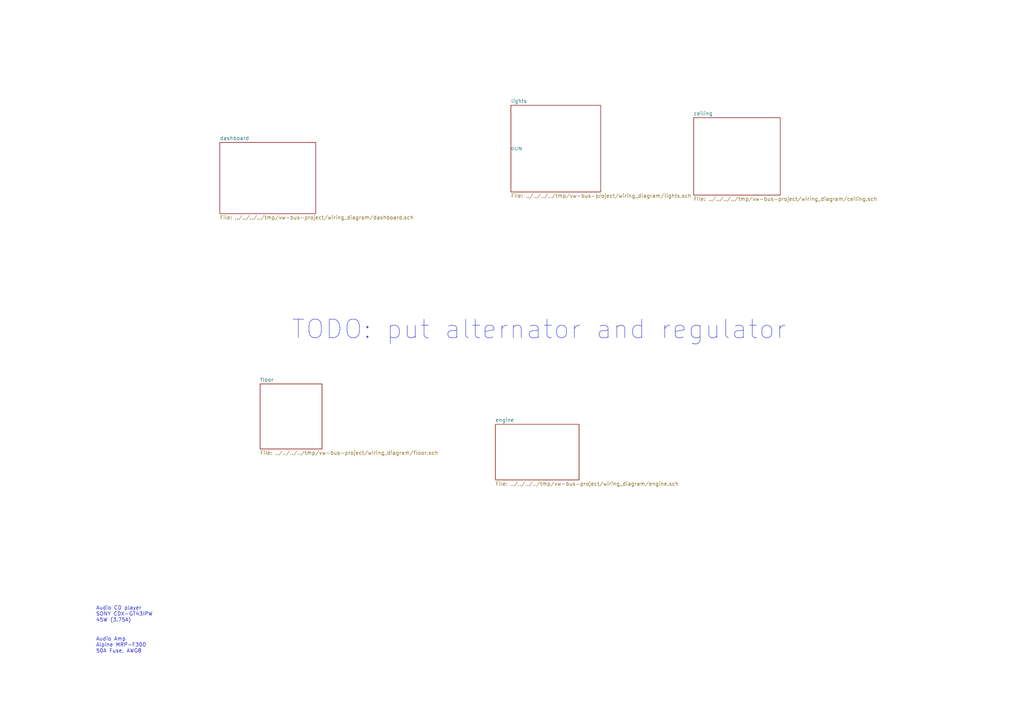
<source format=kicad_sch>
(kicad_sch (version 20230121) (generator eeschema)
  (paper "A3")
  (title_block (title "VW Bus Project - Wiring Diagram"))
  (lib_symbols)
  (text "Audio CD player\nSONY CDX-GT43IPW\n45W (3.75A)" (at 39.37 255.27 0) (effects (font (size 1.524 1.524)) (justify left bottom)))
  (text "Audio Amp\nAlpine MRP-F300\n50A Fuse, AWG8 " (at 39.37 267.97 0) (effects (font (size 1.524 1.524)) (justify left bottom)))
  (text "TODO: put alternator and regulator" (at 119.38 139.7 0) (effects (font (size 7.62 7.62)) (justify left bottom)))
  (sheet (at 209.55 43.18) (size 36.83 35.56)
    (property "Sheetname" "lights" (at 209.55 42.3414 0) (effects (font (size 1.524 1.524)) (justify left bottom)))
    (property "Sheetfile" "../../../../tmp/vw-bus-project/wiring_diagram/lights.sch" (at 209.55 79.4262 0) (effects (font (size 1.524 1.524)) (justify left top)))
    (pin "LIN" bidirectional (at 209.55 60.96 180))
  )
  (sheet (at 284.48 48.26) (size 35.56 31.75)
    (property "Sheetname" "ceiling" (at 284.48 47.4214 0) (effects (font (size 1.524 1.524)) (justify left bottom)))
    (property "Sheetfile" "../../../../tmp/vw-bus-project/wiring_diagram/ceiling.sch" (at 284.48 80.6962 0) (effects (font (size 1.524 1.524)) (justify left top)))
  )
  (sheet (at 90.17 58.42) (size 39.37 29.21)
    (property "Sheetname" "dashboard" (at 90.17 57.5814 0) (effects (font (size 1.524 1.524)) (justify left bottom)))
    (property "Sheetfile" "../../../../tmp/vw-bus-project/wiring_diagram/dashboard.sch" (at 90.17 88.3162 0) (effects (font (size 1.524 1.524)) (justify left top)))
  )
  (sheet (at 203.2 173.99) (size 34.29 22.86)
    (property "Sheetname" "engine" (at 203.2 173.1514 0) (effects (font (size 1.524 1.524)) (justify left bottom)))
    (property "Sheetfile" "../../../../tmp/vw-bus-project/wiring_diagram/engine.sch" (at 203.2 197.5362 0) (effects (font (size 1.524 1.524)) (justify left top)))
  )
  (sheet (at 106.68 157.48) (size 25.4 26.67)
    (property "Sheetname" "floor" (at 106.68 156.6414 0) (effects (font (size 1.524 1.524)) (justify left bottom)))
    (property "Sheetfile" "../../../../tmp/vw-bus-project/wiring_diagram/floor.sch" (at 106.68 184.8362 0) (effects (font (size 1.524 1.524)) (justify left top)))
  )
)
</source>
